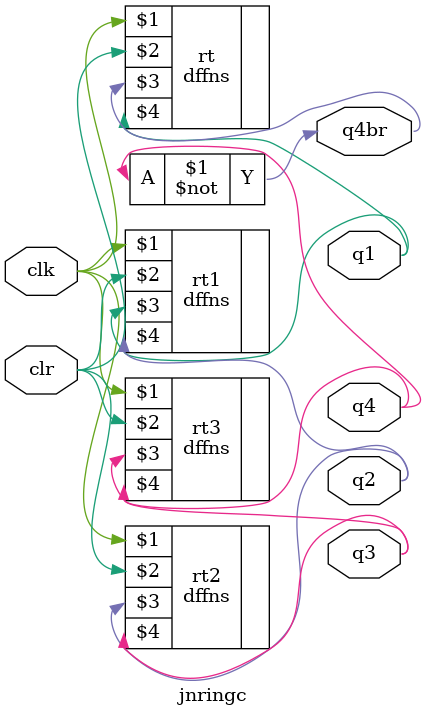
<source format=v>
module jnringc (input clk,clr,output q1,q2,q3,q4,q4br);

dffns rt (clk,clr,q4br,q1);
dffns rt1 (clk,clr,q1,q2);
dffns rt2 (clk,clr,q2,q3);
dffns rt3 (clk,clr,q3,q4);
not (q4br,q4);
endmodule



</source>
